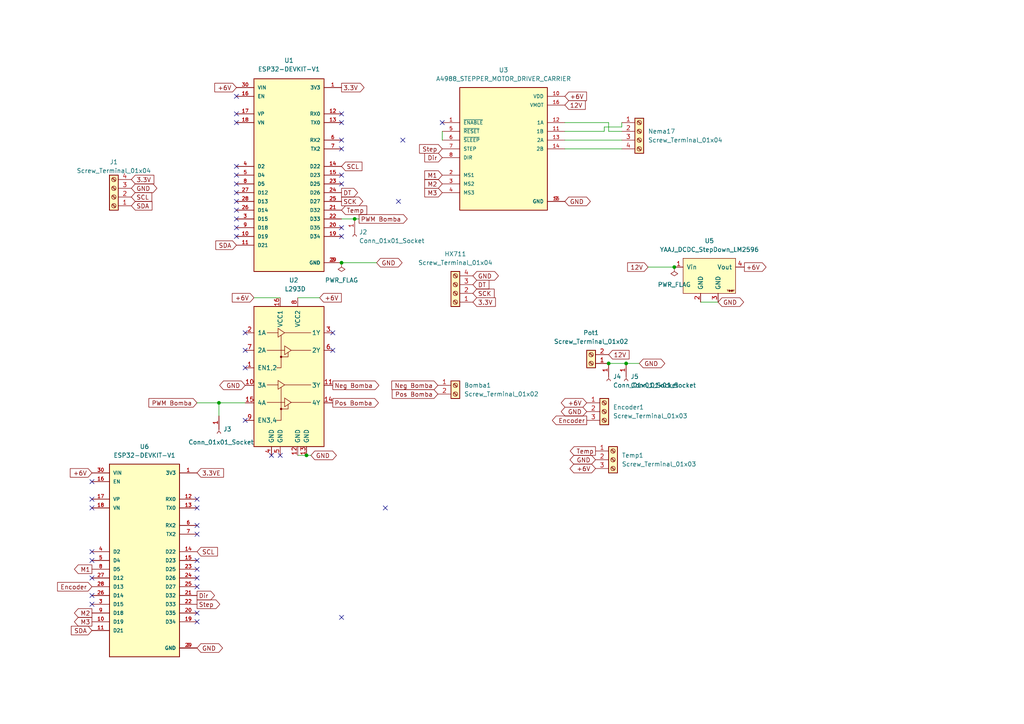
<source format=kicad_sch>
(kicad_sch (version 20230121) (generator eeschema)
  (paper "A4")
  (lib_symbols
    (symbol "A4998:A4988_STEPPER_MOTOR_DRIVER_CARRIER" (pin_names (offset 1.016))
      (property "Reference" "U" (at -12.7 19.05 0))
      (property "Value" "A4988_STEPPER_MOTOR_DRIVER_CARRIER" (at -12.7 -21.59 0))
      (symbol "A4988_STEPPER_MOTOR_DRIVER_CARRIER_0_0"
        (rectangle (start -12.7 -17.78) (end 12.7 17.78) (stroke (width 0.254)) (fill (type background)))
        (pin input line (at -17.78 7.62 0) (length 5.08) (name "~{ENABLE}") (number "1"))
        (pin power_in line (at 17.78 15.24 180) (length 5.08) (name "VDD") (number "10"))
        (pin output line (at 17.78 5.08 180) (length 5.08) (name "1B") (number "11"))
        (pin output line (at 17.78 7.62 180) (length 5.08) (name "1A") (number "12"))
        (pin output line (at 17.78 2.54 180) (length 5.08) (name "2A") (number "13"))
        (pin output line (at 17.78 0 180) (length 5.08) (name "2B") (number "14"))
        (pin power_in line (at 17.78 -15.24 180) (length 5.08) (name "GND") (number "15"))
        (pin power_in line (at 17.78 12.7 180) (length 5.08) (name "VMOT") (number "16"))
        (pin input line (at -17.78 -7.62 0) (length 5.08) (name "MS1") (number "2"))
        (pin input line (at -17.78 -10.16 0) (length 5.08) (name "MS2") (number "3"))
        (pin input line (at -17.78 -12.7 0) (length 5.08) (name "MS3") (number "4"))
        (pin input line (at -17.78 5.08 0) (length 5.08) (name "~{RESET}") (number "5"))
        (pin input line (at -17.78 2.54 0) (length 5.08) (name "~{SLEEP}") (number "6"))
        (pin input line (at -17.78 0 0) (length 5.08) (name "STEP") (number "7"))
        (pin input line (at -17.78 -2.54 0) (length 5.08) (name "DIR") (number "8"))
        (pin power_in line (at 17.78 -15.24 180) (length 5.08) (name "GND") (number "9"))
      )
    )
    (symbol "Connector:Conn_01x01_Socket" (pin_names (offset 1.016) hide)
      (property "Reference" "J" (at 0 2.54 0))
      (property "Value" "Conn_01x01_Socket" (at 0 -2.54 0))
      (symbol "Conn_01x01_Socket_1_1"
        (polyline (pts (xy -1.27 0) (xy -0.508 0)) (stroke (width 0.1524)))
        (arc (start 0 0.508) (mid -0.5058 0) (end 0 -0.508) (stroke (width 0.1524)))
        (pin passive line (at -5.08 0 0) (length 3.81) (name "Pin_1") (number "1"))
      )
    )
    (symbol "Connector:Screw_Terminal_01x02" (pin_names (offset 1.016) hide)
      (property "Reference" "J" (at 0 2.54 0))
      (property "Value" "Screw_Terminal_01x02" (at 0 -5.08 0))
      (symbol "Screw_Terminal_01x02_1_1"
        (rectangle (start -1.27 1.27) (end 1.27 -3.81) (stroke (width 0.254)) (fill (type background)))
        (circle (center 0 -2.54) (radius 0.635) (stroke (width 0.1524)))
        (polyline (pts (xy -0.5334 -2.2098) (xy 0.3302 -3.048)) (stroke (width 0.1524)))
        (polyline (pts (xy -0.5334 0.3302) (xy 0.3302 -0.508)) (stroke (width 0.1524)))
        (polyline (pts (xy -0.3556 -2.032) (xy 0.508 -2.8702)) (stroke (width 0.1524)))
        (polyline (pts (xy -0.3556 0.508) (xy 0.508 -0.3302)) (stroke (width 0.1524)))
        (circle (center 0 0) (radius 0.635) (stroke (width 0.1524)))
        (pin passive line (at -5.08 0 0) (length 3.81) (name "Pin_1") (number "1"))
        (pin passive line (at -5.08 -2.54 0) (length 3.81) (name "Pin_2") (number "2"))
      )
    )
    (symbol "Connector:Screw_Terminal_01x03" (pin_names (offset 1.016) hide)
      (property "Reference" "J" (at 0 5.08 0))
      (property "Value" "Screw_Terminal_01x03" (at 0 -5.08 0))
      (symbol "Screw_Terminal_01x03_1_1"
        (rectangle (start -1.27 3.81) (end 1.27 -3.81) (stroke (width 0.254)) (fill (type background)))
        (circle (center 0 -2.54) (radius 0.635) (stroke (width 0.1524)))
        (polyline (pts (xy -0.5334 -2.2098) (xy 0.3302 -3.048)) (stroke (width 0.1524)))
        (polyline (pts (xy -0.5334 0.3302) (xy 0.3302 -0.508)) (stroke (width 0.1524)))
        (polyline (pts (xy -0.5334 2.8702) (xy 0.3302 2.032)) (stroke (width 0.1524)))
        (polyline (pts (xy -0.3556 -2.032) (xy 0.508 -2.8702)) (stroke (width 0.1524)))
        (polyline (pts (xy -0.3556 0.508) (xy 0.508 -0.3302)) (stroke (width 0.1524)))
        (polyline (pts (xy -0.3556 3.048) (xy 0.508 2.2098)) (stroke (width 0.1524)))
        (circle (center 0 0) (radius 0.635) (stroke (width 0.1524)))
        (circle (center 0 2.54) (radius 0.635) (stroke (width 0.1524)))
        (pin passive line (at -5.08 2.54 0) (length 3.81) (name "Pin_1") (number "1"))
        (pin passive line (at -5.08 0 0) (length 3.81) (name "Pin_2") (number "2"))
        (pin passive line (at -5.08 -2.54 0) (length 3.81) (name "Pin_3") (number "3"))
      )
    )
    (symbol "Connector:Screw_Terminal_01x04" (pin_names (offset 1.016) hide)
      (property "Reference" "J" (at 0 5.08 0))
      (property "Value" "Screw_Terminal_01x04" (at 0 -7.62 0))
      (symbol "Screw_Terminal_01x04_1_1"
        (rectangle (start -1.27 3.81) (end 1.27 -6.35) (stroke (width 0.254)) (fill (type background)))
        (circle (center 0 -5.08) (radius 0.635) (stroke (width 0.1524)))
        (circle (center 0 -2.54) (radius 0.635) (stroke (width 0.1524)))
        (polyline (pts (xy -0.5334 -4.7498) (xy 0.3302 -5.588)) (stroke (width 0.1524)))
        (polyline (pts (xy -0.5334 -2.2098) (xy 0.3302 -3.048)) (stroke (width 0.1524)))
        (polyline (pts (xy -0.5334 0.3302) (xy 0.3302 -0.508)) (stroke (width 0.1524)))
        (polyline (pts (xy -0.5334 2.8702) (xy 0.3302 2.032)) (stroke (width 0.1524)))
        (polyline (pts (xy -0.3556 -4.572) (xy 0.508 -5.4102)) (stroke (width 0.1524)))
        (polyline (pts (xy -0.3556 -2.032) (xy 0.508 -2.8702)) (stroke (width 0.1524)))
        (polyline (pts (xy -0.3556 0.508) (xy 0.508 -0.3302)) (stroke (width 0.1524)))
        (polyline (pts (xy -0.3556 3.048) (xy 0.508 2.2098)) (stroke (width 0.1524)))
        (circle (center 0 0) (radius 0.635) (stroke (width 0.1524)))
        (circle (center 0 2.54) (radius 0.635) (stroke (width 0.1524)))
        (pin passive line (at -5.08 2.54 0) (length 3.81) (name "Pin_1") (number "1"))
        (pin passive line (at -5.08 0 0) (length 3.81) (name "Pin_2") (number "2"))
        (pin passive line (at -5.08 -2.54 0) (length 3.81) (name "Pin_3") (number "3"))
        (pin passive line (at -5.08 -5.08 0) (length 3.81) (name "Pin_4") (number "4"))
      )
    )
    (symbol "Driver_Motor:L293D" (pin_names (offset 1.016))
      (property "Reference" "U" (at -5.08 26.035 0))
      (property "Value" "L293D" (at -5.08 24.13 0))
      (symbol "L293D_0_1"
        (rectangle (start -10.16 22.86) (end 10.16 -17.78) (stroke (width 0.254)) (fill (type background)))
        (circle (center -2.286 -6.858) (radius 0.254) (fill (type outline)))
        (circle (center -2.286 8.255) (radius 0.254) (fill (type outline)))
        (polyline (pts (xy -6.35 -4.953) (xy -1.27 -4.953)))
        (polyline (pts (xy -6.35 0.127) (xy -3.175 0.127)))
        (polyline (pts (xy -6.35 10.16) (xy -1.27 10.16)))
        (polyline (pts (xy -6.35 15.24) (xy -3.175 15.24)))
        (polyline (pts (xy -1.27 0.127) (xy 6.35 0.127)))
        (polyline (pts (xy -1.27 15.24) (xy 6.35 15.24)))
        (polyline (pts (xy 0.635 -4.953) (xy 6.35 -4.953)))
        (polyline (pts (xy 0.635 10.16) (xy 6.35 10.16)))
        (polyline (pts (xy -2.286 -6.858) (xy -0.254 -6.858) (xy -0.254 -5.588)))
        (polyline (pts (xy -2.286 -0.635) (xy -2.286 -10.16) (xy -3.556 -10.16)))
        (polyline (pts (xy -2.286 8.255) (xy -0.254 8.255) (xy -0.254 9.525)))
        (polyline (pts (xy -2.286 14.478) (xy -2.286 5.08) (xy -3.556 5.08)))
        (polyline (pts (xy -3.175 1.397) (xy -3.175 -1.143) (xy -1.27 0.127) (xy -3.175 1.397)))
        (polyline (pts (xy -3.175 16.51) (xy -3.175 13.97) (xy -1.27 15.24) (xy -3.175 16.51)))
        (polyline (pts (xy -1.27 -3.683) (xy -1.27 -6.223) (xy 0.635 -4.953) (xy -1.27 -3.683)))
        (polyline (pts (xy -1.27 11.43) (xy -1.27 8.89) (xy 0.635 10.16) (xy -1.27 11.43)))
      )
      (symbol "L293D_1_1"
        (pin input line (at -12.7 5.08 0) (length 2.54) (name "EN1,2") (number "1"))
        (pin input line (at -12.7 0 0) (length 2.54) (name "3A") (number "10"))
        (pin output line (at 12.7 0 180) (length 2.54) (name "3Y") (number "11"))
        (pin power_in line (at 2.54 -20.32 90) (length 2.54) (name "GND") (number "12"))
        (pin power_in line (at 5.08 -20.32 90) (length 2.54) (name "GND") (number "13"))
        (pin output line (at 12.7 -5.08 180) (length 2.54) (name "4Y") (number "14"))
        (pin input line (at -12.7 -5.08 0) (length 2.54) (name "4A") (number "15"))
        (pin power_in line (at -2.54 25.4 270) (length 2.54) (name "VCC1") (number "16"))
        (pin input line (at -12.7 15.24 0) (length 2.54) (name "1A") (number "2"))
        (pin output line (at 12.7 15.24 180) (length 2.54) (name "1Y") (number "3"))
        (pin power_in line (at -5.08 -20.32 90) (length 2.54) (name "GND") (number "4"))
        (pin power_in line (at -2.54 -20.32 90) (length 2.54) (name "GND") (number "5"))
        (pin output line (at 12.7 10.16 180) (length 2.54) (name "2Y") (number "6"))
        (pin input line (at -12.7 10.16 0) (length 2.54) (name "2A") (number "7"))
        (pin power_in line (at 2.54 25.4 270) (length 2.54) (name "VCC2") (number "8"))
        (pin input line (at -12.7 -10.16 0) (length 2.54) (name "EN3,4") (number "9"))
      )
    )
    (symbol "ESP32:ESP32-DEVKIT-V1" (pin_names (offset 1.016))
      (property "Reference" "U" (at -10.16 30.48 0))
      (property "Value" "ESP32-DEVKIT-V1" (at -10.16 -30.48 0))
      (symbol "ESP32-DEVKIT-V1_0_0"
        (rectangle (start -10.16 -27.94) (end 10.16 27.94) (stroke (width 0.254)) (fill (type background)))
        (pin output line (at 15.24 25.4 180) (length 5.08) (name "3V3") (number "1"))
        (pin bidirectional line (at -15.24 -17.78 0) (length 5.08) (name "D19") (number "10"))
        (pin bidirectional line (at -15.24 -20.32 0) (length 5.08) (name "D21") (number "11"))
        (pin input line (at 15.24 17.78 180) (length 5.08) (name "RX0") (number "12"))
        (pin output line (at 15.24 15.24 180) (length 5.08) (name "TX0") (number "13"))
        (pin bidirectional line (at 15.24 2.54 180) (length 5.08) (name "D22") (number "14"))
        (pin bidirectional line (at 15.24 0 180) (length 5.08) (name "D23") (number "15"))
        (pin input line (at -15.24 22.86 0) (length 5.08) (name "EN") (number "16"))
        (pin bidirectional line (at -15.24 17.78 0) (length 5.08) (name "VP") (number "17"))
        (pin bidirectional line (at -15.24 15.24 0) (length 5.08) (name "VN") (number "18"))
        (pin bidirectional line (at 15.24 -17.78 180) (length 5.08) (name "D34") (number "19"))
        (pin power_in line (at 15.24 -25.4 180) (length 5.08) (name "GND") (number "2"))
        (pin bidirectional line (at 15.24 -15.24 180) (length 5.08) (name "D35") (number "20"))
        (pin bidirectional line (at 15.24 -10.16 180) (length 5.08) (name "D32") (number "21"))
        (pin bidirectional line (at 15.24 -12.7 180) (length 5.08) (name "D33") (number "22"))
        (pin bidirectional line (at 15.24 -2.54 180) (length 5.08) (name "D25") (number "23"))
        (pin bidirectional line (at 15.24 -5.08 180) (length 5.08) (name "D26") (number "24"))
        (pin bidirectional line (at 15.24 -7.62 180) (length 5.08) (name "D27") (number "25"))
        (pin bidirectional line (at -15.24 -10.16 0) (length 5.08) (name "D14") (number "26"))
        (pin bidirectional line (at -15.24 -5.08 0) (length 5.08) (name "D12") (number "27"))
        (pin bidirectional line (at -15.24 -7.62 0) (length 5.08) (name "D13") (number "28"))
        (pin power_in line (at 15.24 -25.4 180) (length 5.08) (name "GND") (number "29"))
        (pin bidirectional line (at -15.24 -12.7 0) (length 5.08) (name "D15") (number "3"))
        (pin input line (at -15.24 25.4 0) (length 5.08) (name "VIN") (number "30"))
        (pin bidirectional line (at -15.24 2.54 0) (length 5.08) (name "D2") (number "4"))
        (pin bidirectional line (at -15.24 0 0) (length 5.08) (name "D4") (number "5"))
        (pin input line (at 15.24 10.16 180) (length 5.08) (name "RX2") (number "6"))
        (pin output line (at 15.24 7.62 180) (length 5.08) (name "TX2") (number "7"))
        (pin bidirectional line (at -15.24 -2.54 0) (length 5.08) (name "D5") (number "8"))
        (pin bidirectional line (at -15.24 -15.24 0) (length 5.08) (name "D18") (number "9"))
      )
    )
    (symbol "StepDownLM2596:YAAJ_DCDC_StepDown_LM2596" (pin_names (offset 1.016))
      (property "Reference" "U" (at -5.08 6.35 0))
      (property "Value" "YAAJ_DCDC_StepDown_LM2596" (at 0 11.43 0))
      (symbol "YAAJ_DCDC_StepDown_LM2596_0_1"
        (rectangle (start -7.62 5.08) (end 7.62 -5.08) (fill (type background)))
      )
      (symbol "YAAJ_DCDC_StepDown_LM2596_1_1"
        (text "Y@@V" (at 6.1976 -4.2672 0) (effects (font (size 0.508 0.508))))
        (pin power_in line (at -10.16 2.54 0) (length 2.54) (name "Vin") (number "1"))
        (pin power_in line (at -2.54 -7.62 90) (length 2.54) (name "GND") (number "2"))
        (pin power_in line (at 2.54 -7.62 90) (length 2.54) (name "GND") (number "3"))
        (pin power_out line (at 10.16 2.54 180) (length 2.54) (name "Vout") (number "4"))
      )
    )
    (symbol "power:PWR_FLAG" (power) (pin_numbers hide) (pin_names (offset 0) hide)
      (property "Value" "PWR_FLAG" (at 0 3.81 0))
      (symbol "PWR_FLAG_0_0"
        (pin power_out line (at 0 0 90) (length 0) (name "pwr") (number "1"))
      )
      (symbol "PWR_FLAG_0_1"
        (polyline (pts (xy 0 0) (xy 0 1.27) (xy -1.016 1.905) (xy 0 2.54) (xy 1.016 1.905) (xy 0 1.27)))
      )
    )
  )
  (junction (at 181.61 105.41))
  (junction (at 195.58 77.47))
  (junction (at 88.9 132.08))
  (junction (at 102.87 63.5))
  (junction (at 63.5 116.84))
  (junction (at 176.53 105.41))
  (junction (at 99.06 76.2))
  (no_connect (at 26.67 167.64))
  (no_connect (at 57.15 177.8))
  (no_connect (at 115.57 58.42))
  (no_connect (at 71.12 101.6))
  (no_connect (at 57.15 165.1))
  (no_connect (at 99.06 179.07))
  (no_connect (at 26.67 160.02))
  (no_connect (at 99.06 50.8))
  (no_connect (at 68.58 48.26))
  (no_connect (at 99.06 68.58))
  (no_connect (at 111.76 147.32))
  (no_connect (at 57.15 162.56))
  (no_connect (at 96.52 101.6))
  (no_connect (at 68.58 27.94))
  (no_connect (at 96.52 96.52))
  (no_connect (at 57.15 167.64))
  (no_connect (at 68.58 66.04))
  (no_connect (at 68.58 33.02))
  (no_connect (at 99.06 35.56))
  (no_connect (at 68.58 60.96))
  (no_connect (at 57.15 144.78))
  (no_connect (at 68.58 35.56))
  (no_connect (at 99.06 33.02))
  (no_connect (at 99.06 43.18))
  (no_connect (at 26.67 144.78))
  (no_connect (at 26.67 139.7))
  (no_connect (at 99.06 66.04))
  (no_connect (at 26.67 175.26))
  (no_connect (at 71.12 121.92))
  (no_connect (at 68.58 58.42))
  (no_connect (at 68.58 55.88))
  (no_connect (at 81.28 132.08))
  (no_connect (at 68.58 50.8))
  (no_connect (at 26.67 162.56))
  (no_connect (at 99.06 53.34))
  (no_connect (at 68.58 68.58))
  (no_connect (at 57.15 170.18))
  (no_connect (at 57.15 147.32))
  (no_connect (at 128.27 35.56))
  (no_connect (at 116.84 40.64))
  (no_connect (at 99.06 40.64))
  (no_connect (at 68.58 63.5))
  (no_connect (at 78.74 132.08))
  (no_connect (at 26.67 172.72))
  (no_connect (at 71.12 106.68))
  (no_connect (at 57.15 152.4))
  (no_connect (at 68.58 53.34))
  (no_connect (at 57.15 154.94))
  (no_connect (at 26.67 147.32))
  (no_connect (at 57.15 180.34))
  (no_connect (at 71.12 96.52))
  (wire (pts (xy 180.34 36.83) (xy 180.34 35.56)))
  (wire (pts (xy 109.22 76.2) (xy 99.06 76.2)))
  (wire (pts (xy 176.53 35.56) (xy 176.53 38.1)))
  (wire (pts (xy 63.5 116.84) (xy 71.12 116.84)))
  (wire (pts (xy 163.83 43.18) (xy 180.34 43.18)))
  (wire (pts (xy 57.15 116.84) (xy 63.5 116.84)))
  (wire (pts (xy 88.9 132.08) (xy 86.36 132.08)))
  (wire (pts (xy 187.96 77.47) (xy 195.58 77.47)))
  (wire (pts (xy 175.26 38.1) (xy 175.26 36.83)))
  (wire (pts (xy 92.71 86.36) (xy 86.36 86.36)))
  (wire (pts (xy 185.42 105.41) (xy 181.61 105.41)))
  (wire (pts (xy 163.83 40.64) (xy 180.34 40.64)))
  (wire (pts (xy 163.83 35.56) (xy 176.53 35.56)))
  (wire (pts (xy 73.66 86.36) (xy 81.28 86.36)))
  (wire (pts (xy 163.83 38.1) (xy 175.26 38.1)))
  (wire (pts (xy 181.61 105.41) (xy 176.53 105.41)))
  (wire (pts (xy 63.5 116.84) (xy 63.5 120.65)))
  (wire (pts (xy 104.14 63.5) (xy 102.87 63.5)))
  (wire (pts (xy 90.17 132.08) (xy 88.9 132.08)))
  (wire (pts (xy 176.53 38.1) (xy 180.34 38.1)))
  (wire (pts (xy 102.87 63.5) (xy 99.06 63.5)))
  (wire (pts (xy 175.26 36.83) (xy 180.34 36.83)))
  (wire (pts (xy 203.2 87.63) (xy 208.28 87.63)))
  (wire (pts (xy 128.27 38.1) (xy 128.27 40.64)))
  (global_label "Pos Bomba" (shape output) (at 96.52 116.84 0) (property "Intersheetrefs" "${INTERSHEET_REFS}" (effects hide)))
  (global_label "12V" (shape input) (at 187.96 77.47 180) (property "Intersheetrefs" "${INTERSHEET_REFS}" (effects hide)))
  (global_label "SDA" (shape input) (at 68.58 71.12 180) (property "Intersheetrefs" "${INTERSHEET_REFS}" (effects hide)))
  (global_label "SCK" (shape input) (at 137.16 85.09 0) (property "Intersheetrefs" "${INTERSHEET_REFS}" (effects hide)))
  (global_label "Step" (shape input) (at 128.27 43.18 180) (property "Intersheetrefs" "${INTERSHEET_REFS}" (effects hide)))
  (global_label "Step" (shape output) (at 57.15 175.26 0) (property "Intersheetrefs" "${INTERSHEET_REFS}" (effects hide)))
  (global_label "Temp" (shape output) (at 172.72 130.81 180) (property "Intersheetrefs" "${INTERSHEET_REFS}" (effects hide)))
  (global_label "Encoder" (shape input) (at 26.67 170.18 180) (property "Intersheetrefs" "${INTERSHEET_REFS}" (effects hide)))
  (global_label "M2" (shape input) (at 128.27 53.34 180) (property "Intersheetrefs" "${INTERSHEET_REFS}" (effects hide)))
  (global_label "+6V" (shape input) (at 73.66 86.36 180) (property "Intersheetrefs" "${INTERSHEET_REFS}" (effects hide)))
  (global_label "+6V" (shape input) (at 92.71 86.36 0) (property "Intersheetrefs" "${INTERSHEET_REFS}" (effects hide)))
  (global_label "Dir" (shape output) (at 57.15 172.72 0) (property "Intersheetrefs" "${INTERSHEET_REFS}" (effects hide)))
  (global_label "SDA" (shape input) (at 38.1 59.69 0) (property "Intersheetrefs" "${INTERSHEET_REFS}" (effects hide)))
  (global_label "GND" (shape bidirectional) (at 71.12 111.76 180) (property "Intersheetrefs" "${INTERSHEET_REFS}" (effects hide)))
  (global_label "+6V" (shape output) (at 215.9 77.47 0) (property "Intersheetrefs" "${INTERSHEET_REFS}" (effects hide)))
  (global_label "M3" (shape output) (at 26.67 180.34 180) (property "Intersheetrefs" "${INTERSHEET_REFS}" (effects hide)))
  (global_label "SCL" (shape input) (at 99.06 48.26 0) (property "Intersheetrefs" "${INTERSHEET_REFS}" (effects hide)))
  (global_label "M1" (shape input) (at 128.27 50.8 180) (property "Intersheetrefs" "${INTERSHEET_REFS}" (effects hide)))
  (global_label "GND" (shape bidirectional) (at 137.16 80.01 0) (property "Intersheetrefs" "${INTERSHEET_REFS}" (effects hide)))
  (global_label "DT" (shape input) (at 137.16 82.55 0) (property "Intersheetrefs" "${INTERSHEET_REFS}" (effects hide)))
  (global_label "SCK" (shape output) (at 99.06 58.42 0) (property "Intersheetrefs" "${INTERSHEET_REFS}" (effects hide)))
  (global_label "12V" (shape input) (at 163.83 30.48 0) (property "Intersheetrefs" "${INTERSHEET_REFS}" (effects hide)))
  (global_label "Dir" (shape input) (at 128.27 45.72 180) (property "Intersheetrefs" "${INTERSHEET_REFS}" (effects hide)))
  (global_label "GND" (shape bidirectional) (at 185.42 105.41 0) (property "Intersheetrefs" "${INTERSHEET_REFS}" (effects hide)))
  (global_label "3.3VE" (shape input) (at 57.15 137.16 0) (property "Intersheetrefs" "${INTERSHEET_REFS}" (effects hide)))
  (global_label "GND" (shape bidirectional) (at 172.72 133.35 180) (property "Intersheetrefs" "${INTERSHEET_REFS}" (effects hide)))
  (global_label "Pos Bomba" (shape input) (at 127 114.3 180) (property "Intersheetrefs" "${INTERSHEET_REFS}" (effects hide)))
  (global_label "Encoder" (shape output) (at 170.18 121.92 180) (property "Intersheetrefs" "${INTERSHEET_REFS}" (effects hide)))
  (global_label "Neg Bomba" (shape output) (at 96.52 111.76 0) (property "Intersheetrefs" "${INTERSHEET_REFS}" (effects hide)))
  (global_label "DT" (shape output) (at 99.06 55.88 0) (property "Intersheetrefs" "${INTERSHEET_REFS}" (effects hide)))
  (global_label "+6V" (shape bidirectional) (at 172.72 135.89 180) (property "Intersheetrefs" "${INTERSHEET_REFS}" (effects hide)))
  (global_label "SCL" (shape input) (at 38.1 57.15 0) (property "Intersheetrefs" "${INTERSHEET_REFS}" (effects hide)))
  (global_label "Neg Bomba" (shape input) (at 127 111.76 180) (property "Intersheetrefs" "${INTERSHEET_REFS}" (effects hide)))
  (global_label "GND" (shape bidirectional) (at 208.28 87.63 0) (property "Intersheetrefs" "${INTERSHEET_REFS}" (effects hide)))
  (global_label "+6V" (shape input) (at 163.83 27.94 0) (property "Intersheetrefs" "${INTERSHEET_REFS}" (effects hide)))
  (global_label "3.3V" (shape output) (at 99.06 25.4 0) (property "Intersheetrefs" "${INTERSHEET_REFS}" (effects hide)))
  (global_label "PWM Bomba" (shape input) (at 57.15 116.84 180) (property "Intersheetrefs" "${INTERSHEET_REFS}" (effects hide)))
  (global_label "+6V" (shape input) (at 26.67 137.16 180) (property "Intersheetrefs" "${INTERSHEET_REFS}" (effects hide)))
  (global_label "GND" (shape bidirectional) (at 57.15 187.96 0) (property "Intersheetrefs" "${INTERSHEET_REFS}" (effects hide)))
  (global_label "3.3V" (shape input) (at 137.16 87.63 0) (property "Intersheetrefs" "${INTERSHEET_REFS}" (effects hide)))
  (global_label "M3" (shape input) (at 128.27 55.88 180) (property "Intersheetrefs" "${INTERSHEET_REFS}" (effects hide)))
  (global_label "GND" (shape bidirectional) (at 170.18 119.38 180) (property "Intersheetrefs" "${INTERSHEET_REFS}" (effects hide)))
  (global_label "GND" (shape bidirectional) (at 163.83 58.42 0) (property "Intersheetrefs" "${INTERSHEET_REFS}" (effects hide)))
  (global_label "SDA" (shape input) (at 26.67 182.88 180) (property "Intersheetrefs" "${INTERSHEET_REFS}" (effects hide)))
  (global_label "+6V" (shape input) (at 68.58 25.4 180) (property "Intersheetrefs" "${INTERSHEET_REFS}" (effects hide)))
  (global_label "M1" (shape output) (at 26.67 165.1 180) (property "Intersheetrefs" "${INTERSHEET_REFS}" (effects hide)))
  (global_label "GND" (shape bidirectional) (at 109.22 76.2 0) (property "Intersheetrefs" "${INTERSHEET_REFS}" (effects hide)))
  (global_label "Temp" (shape input) (at 99.06 60.96 0) (property "Intersheetrefs" "${INTERSHEET_REFS}" (effects hide)))
  (global_label "PWM Bomba" (shape output) (at 104.14 63.5 0) (property "Intersheetrefs" "${INTERSHEET_REFS}" (effects hide)))
  (global_label "3.3V" (shape input) (at 38.1 52.07 0) (property "Intersheetrefs" "${INTERSHEET_REFS}" (effects hide)))
  (global_label "GND" (shape bidirectional) (at 90.17 132.08 0) (property "Intersheetrefs" "${INTERSHEET_REFS}" (effects hide)))
  (global_label "SCL" (shape input) (at 57.15 160.02 0) (property "Intersheetrefs" "${INTERSHEET_REFS}" (effects hide)))
  (global_label "+6V" (shape bidirectional) (at 170.18 116.84 180) (property "Intersheetrefs" "${INTERSHEET_REFS}" (effects hide)))
  (global_label "12V" (shape input) (at 176.53 102.87 0) (property "Intersheetrefs" "${INTERSHEET_REFS}" (effects hide)))
  (global_label "M2" (shape output) (at 26.67 177.8 180) (property "Intersheetrefs" "${INTERSHEET_REFS}" (effects hide)))
  (global_label "GND" (shape bidirectional) (at 38.1 54.61 0) (property "Intersheetrefs" "${INTERSHEET_REFS}" (effects hide)))
  (symbol (lib_id "Connector:Screw_Terminal_01x03") (at 175.26 119.38 0) (unit 1)
    (property "Reference" "Encoder1" (at 177.8 118.1099 0) (effects (justify left)))
    (property "Value" "Screw_Terminal_01x03" (at 177.8 120.6499 0) (effects (justify left)))
    (property "Footprint" "Connector_PinSocket_2.00mm:PinSocket_1x03_P2.00mm_Vertical" (effects hide))
  )
  (symbol (lib_id "A4998:A4988_STEPPER_MOTOR_DRIVER_CARRIER") (at 146.05 43.18 0) (unit 1)
    (property "Reference" "U3" (at 146.05 20.32 0))
    (property "Value" "A4988_STEPPER_MOTOR_DRIVER_CARRIER" (at 146.05 22.86 0))
    (property "Footprint" "A4988:MODULE_A4988_STEPPER_MOTOR_DRIVER_CARRIER" (effects hide))
    (property "PRICE" "None" (effects hide))
    (property "MF" "Pololu" (effects hide))
    (property "DESCRIPTION" "Stepper motor controler; IC: A4988; 1A; Uin mot: 8÷35V" (effects hide))
    (property "MP" "A4988 STEPPER MOTOR DRIVER CARRIER" (effects hide))
    (property "AVAILABILITY" "Unavailable" (effects hide))
    (property "PACKAGE" "None" (effects hide))
  )
  (symbol (lib_id "Connector:Screw_Terminal_01x04") (at 33.02 57.15 180) (unit 1)
    (property "Reference" "J1" (at 33.02 46.99 0))
    (property "Value" "Screw_Terminal_01x04" (at 33.02 49.53 0))
  )
  (symbol (lib_id "power:PWR_FLAG") (at 99.06 76.2 180) (unit 1)
    (property "Reference" "#FLG02" (effects hide))
    (property "Value" "PWR_FLAG" (at 99.06 81.28 0))
  )
  (symbol (lib_id "StepDownLM2596:YAAJ_DCDC_StepDown_LM2596") (at 205.74 80.01 0) (unit 1)
    (property "Reference" "U5" (at 205.74 69.85 0))
    (property "Value" "YAAJ_DCDC_StepDown_LM2596" (at 205.74 72.39 0))
    (property "Footprint" "StepDown_LM2596:YAAJ_DCDC_StepDown_LM2596" (effects hide))
  )
  (symbol (lib_id "Driver_Motor:L293D") (at 83.82 111.76 0) (unit 1)
    (property "Reference" "U2" (at 83.82 81.28 0) (effects (justify left)))
    (property "Value" "L293D" (at 82.55 83.82 0) (effects (justify left)))
    (property "Footprint" "Package_DIP:DIP-16_W7.62mm" (effects hide))
    (property "Datasheet" "http://www.ti.com/lit/ds/symlink/l293.pdf" (effects hide))
  )
  (symbol (lib_id "Connector:Screw_Terminal_01x03") (at 177.8 133.35 0) (unit 1)
    (property "Reference" "Temp1" (at 180.34 132.0799 0) (effects (justify left)))
    (property "Value" "Screw_Terminal_01x03" (at 180.34 134.6199 0) (effects (justify left)))
    (property "Footprint" "Connector_PinSocket_2.00mm:PinSocket_1x03_P2.00mm_Vertical" (effects hide))
  )
  (symbol (lib_id "Connector:Conn_01x01_Socket") (at 176.53 110.49 270) (unit 1)
    (property "Reference" "J4" (at 177.8 109.22 90) (effects (justify left)))
    (property "Value" "Conn_01x01_Socket" (at 177.8 111.76 90) (effects (justify left)))
    (property "Footprint" "Connector_PinHeader_2.00mm:PinHeader_1x01_P2.00mm_Vertical" (effects hide))
  )
  (symbol (lib_id "Connector:Conn_01x01_Socket") (at 63.5 125.73 270) (unit 1)
    (property "Reference" "J3" (at 64.77 124.46 90) (effects (justify left)))
    (property "Value" "Conn_01x01_Socket" (at 54.61 128.27 90) (effects (justify left)))
    (property "Footprint" "Connector_PinHeader_2.00mm:PinHeader_1x01_P2.00mm_Vertical" (effects hide))
  )
  (symbol (lib_id "ESP32:ESP32-DEVKIT-V1") (at 41.91 162.56 0) (unit 1)
    (property "Reference" "U6" (at 41.91 129.54 0))
    (property "Value" "ESP32-DEVKIT-V1" (at 41.91 132.08 0))
    (property "Footprint" "ESP32:MODULE_ESP32_DEVKIT_V1" (effects hide))
    (property "PARTREV" "N/A" (effects hide))
    (property "MAXIMUM_PACKAGE_HEIGHT" "6.8 mm" (effects hide))
    (property "STANDARD" "Manufacturer Recommendations" (effects hide))
    (property "MANUFACTURER" "DOIT" (effects hide))
  )
  (symbol (lib_id "Connector:Screw_Terminal_01x02") (at 132.08 111.76 0) (unit 1)
    (property "Reference" "Bomba1" (at 134.62 111.7599 0) (effects (justify left)))
    (property "Value" "Screw_Terminal_01x02" (at 134.62 114.2999 0) (effects (justify left)))
    (property "Footprint" "TerminalBlock_Phoenix:TerminalBlock_Phoenix_MKDS-1,5-2_1x02_P5.00mm_Horizontal" (effects hide))
  )
  (symbol (lib_id "Connector:Conn_01x01_Socket") (at 181.61 110.49 270) (unit 1)
    (property "Reference" "J5" (at 182.88 109.22 90) (effects (justify left)))
    (property "Value" "Conn_01x01_Socket" (at 182.88 111.76 90) (effects (justify left)))
    (property "Footprint" "Connector_PinHeader_2.00mm:PinHeader_1x01_P2.00mm_Vertical" (effects hide))
  )
  (symbol (lib_id "Connector:Screw_Terminal_01x04") (at 185.42 38.1 0) (unit 1)
    (property "Reference" "Nema17" (at 187.96 38.0999 0) (effects (justify left)))
    (property "Value" "Screw_Terminal_01x04" (at 187.96 40.6399 0) (effects (justify left)))
    (property "Footprint" "Connector_PinSocket_2.00mm:PinSocket_1x04_P2.00mm_Vertical" (effects hide))
  )
  (symbol (lib_id "Connector:Screw_Terminal_01x04") (at 132.08 85.09 180) (unit 1)
    (property "Reference" "HX711" (at 132.08 73.66 0))
    (property "Value" "Screw_Terminal_01x04" (at 132.08 76.2 0))
    (property "Footprint" "Connector_PinSocket_2.00mm:PinSocket_1x04_P2.00mm_Vertical" (effects hide))
  )
  (symbol (lib_id "Connector:Screw_Terminal_01x02") (at 171.45 105.41 180) (unit 1)
    (property "Reference" "Pot1" (at 171.45 96.52 0))
    (property "Value" "Screw_Terminal_01x02" (at 171.45 99.06 0))
    (property "Footprint" "TerminalBlock_Phoenix:TerminalBlock_Phoenix_MKDS-1,5-2_1x02_P5.00mm_Horizontal" (effects hide))
  )
  (symbol (lib_id "ESP32:ESP32-DEVKIT-V1") (at 83.82 50.8 0) (unit 1)
    (property "Reference" "U1" (at 83.82 17.526 0))
    (property "Value" "ESP32-DEVKIT-V1" (at 83.82 20.066 0))
    (property "Footprint" "ESP32:MODULE_ESP32_DEVKIT_V1" (effects hide))
    (property "PARTREV" "N/A" (effects hide))
    (property "MAXIMUM_PACKAGE_HEIGHT" "6.8 mm" (effects hide))
    (property "STANDARD" "Manufacturer Recommendations" (effects hide))
    (property "MANUFACTURER" "DOIT" (effects hide))
  )
  (symbol (lib_id "Connector:Conn_01x01_Socket") (at 102.87 68.58 270) (unit 1)
    (property "Reference" "J2" (at 104.14 67.31 90) (effects (justify left)))
    (property "Value" "Conn_01x01_Socket" (at 104.14 69.85 90) (effects (justify left)))
    (property "Footprint" "Connector_PinHeader_2.00mm:PinHeader_1x01_P2.00mm_Vertical" (effects hide))
  )
  (symbol (lib_id "power:PWR_FLAG") (at 195.58 77.47 180) (unit 1)
    (property "Reference" "#FLG01" (effects hide))
    (property "Value" "PWR_FLAG" (at 195.58 82.55 0))
  )
)
</source>
